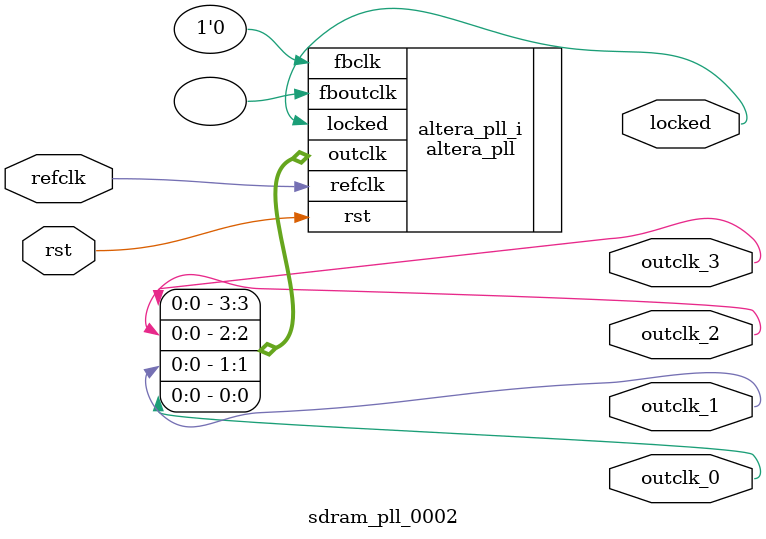
<source format=v>
`timescale 1ns/10ps
module  sdram_pll_0002(

    // interface 'refclk'
    input wire refclk,

    // interface 'reset'
    input wire rst,

    // interface 'outclk0'
    output wire outclk_0,

    // interface 'outclk1'
    output wire outclk_1,

    // interface 'outclk2'
    output wire outclk_2,

    // interface 'outclk3'
    output wire outclk_3,

    // interface 'locked'
    output wire locked
);

    altera_pll #(
        .fractional_vco_multiplier("false"),
        .reference_clock_frequency("50.0 MHz"),
        .operation_mode("direct"),
        .number_of_clocks(4),
        .output_clock_frequency0("100.000000 MHz"),
        .phase_shift0("0 ps"),
        .duty_cycle0(50),
        .output_clock_frequency1("100.000000 MHz"),
        .phase_shift1("7500 ps"),
        .duty_cycle1(50),
        .output_clock_frequency2("25.000000 MHz"),
        .phase_shift2("0 ps"),
        .duty_cycle2(50),
        .output_clock_frequency3("25.000000 MHz"),
        .phase_shift3("0 ps"),
        .duty_cycle3(50),
        .output_clock_frequency4("0 MHz"),
        .phase_shift4("0 ps"),
        .duty_cycle4(50),
        .output_clock_frequency5("0 MHz"),
        .phase_shift5("0 ps"),
        .duty_cycle5(50),
        .output_clock_frequency6("0 MHz"),
        .phase_shift6("0 ps"),
        .duty_cycle6(50),
        .output_clock_frequency7("0 MHz"),
        .phase_shift7("0 ps"),
        .duty_cycle7(50),
        .output_clock_frequency8("0 MHz"),
        .phase_shift8("0 ps"),
        .duty_cycle8(50),
        .output_clock_frequency9("0 MHz"),
        .phase_shift9("0 ps"),
        .duty_cycle9(50),
        .output_clock_frequency10("0 MHz"),
        .phase_shift10("0 ps"),
        .duty_cycle10(50),
        .output_clock_frequency11("0 MHz"),
        .phase_shift11("0 ps"),
        .duty_cycle11(50),
        .output_clock_frequency12("0 MHz"),
        .phase_shift12("0 ps"),
        .duty_cycle12(50),
        .output_clock_frequency13("0 MHz"),
        .phase_shift13("0 ps"),
        .duty_cycle13(50),
        .output_clock_frequency14("0 MHz"),
        .phase_shift14("0 ps"),
        .duty_cycle14(50),
        .output_clock_frequency15("0 MHz"),
        .phase_shift15("0 ps"),
        .duty_cycle15(50),
        .output_clock_frequency16("0 MHz"),
        .phase_shift16("0 ps"),
        .duty_cycle16(50),
        .output_clock_frequency17("0 MHz"),
        .phase_shift17("0 ps"),
        .duty_cycle17(50),
        .pll_type("General"),
        .pll_subtype("General")
    ) altera_pll_i (
        .rst    (rst),
        .outclk ({outclk_3, outclk_2, outclk_1, outclk_0}),
        .locked (locked),
        .fboutclk   ( ),
        .fbclk  (1'b0),
        .refclk (refclk)
    );
endmodule


</source>
